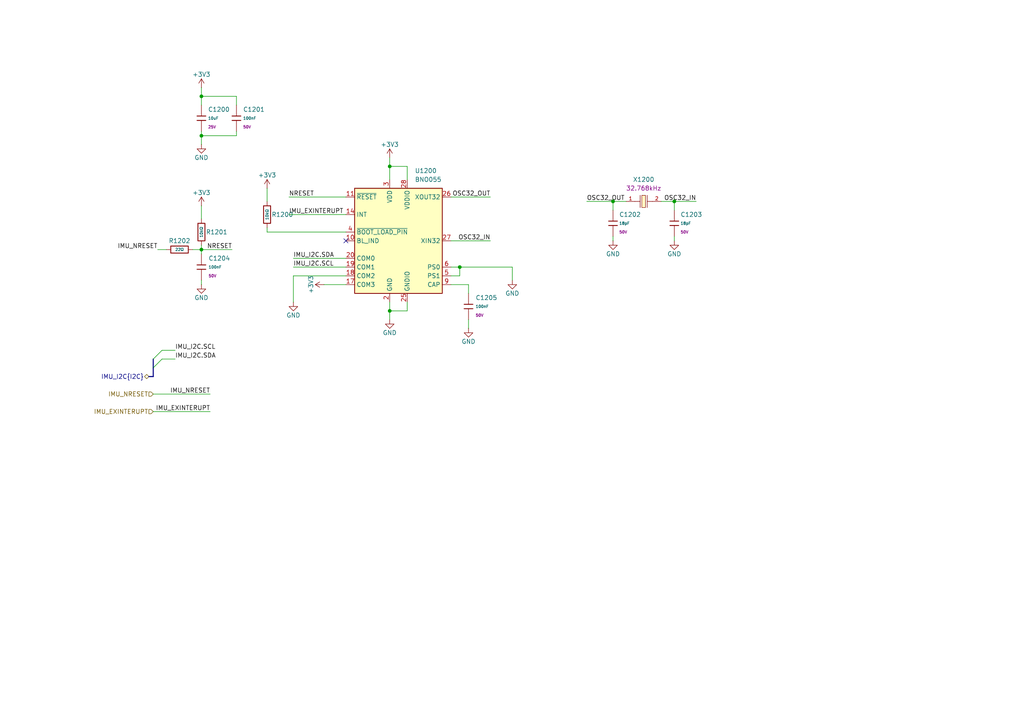
<source format=kicad_sch>
(kicad_sch (version 20231120) (generator "eeschema") (generator_version "8.0")
  (paper "A4")
  (title_block (title "ModuCard nav module") (rev "1.0") (comment 2 "Project author: Patryk Dudziński"))
  (lib_symbols
    (symbol "0402,100nF,(2)_1" (pin_numbers hide) (pin_names (offset 0))
      (property "Reference" "C" (at 2.032 1.668 0))
      (property "Value" "100nF" (at 2.032 -0.3782 0))
      (property "Voltage Rated" "50V" (at 2.032 -2.0462 0))
      (symbol "0402,100nF,(2)_1_0_1"
        (polyline (pts (xy -1.27 -0.635) (xy 1.27 -0.635)) (stroke (width 0.254)))
        (polyline (pts (xy -1.27 0.635) (xy 1.27 0.635)) (stroke (width 0.254)))
      )
      (symbol "0402,100nF,(2)_1_1_1"
        (pin passive line (at 0 3.81 270) (length 3.175) (name "~") (number "1"))
        (pin passive line (at 0 -3.81 90) (length 3.175) (name "~") (number "2"))
      )
    )
    (symbol "PCM_JLCPCB-Capacitors:0402,100nF,(2)" (pin_numbers hide) (pin_names (offset 0))
      (property "Reference" "C" (at 2.032 1.668 0))
      (property "Value" "100nF" (at 2.032 -0.3782 0))
      (property "Voltage Rated" "50V" (at 2.032 -2.0462 0))
      (symbol "0402,100nF,(2)_0_1"
        (polyline (pts (xy -1.27 -0.635) (xy 1.27 -0.635)) (stroke (width 0.254)))
        (polyline (pts (xy -1.27 0.635) (xy 1.27 0.635)) (stroke (width 0.254)))
      )
      (symbol "0402,100nF,(2)_1_1"
        (pin passive line (at 0 3.81 270) (length 3.175) (name "~") (number "1"))
        (pin passive line (at 0 -3.81 90) (length 3.175) (name "~") (number "2"))
      )
    )
    (symbol "PCM_JLCPCB-Capacitors:0402,18pF" (pin_numbers hide) (pin_names (offset 0))
      (property "Reference" "C" (at 2.032 1.668 0))
      (property "Value" "18pF" (at 2.032 -0.3782 0))
      (property "Voltage Rated" "50V" (at 2.032 -2.0462 0))
      (symbol "0402,18pF_0_1"
        (polyline (pts (xy -1.27 -0.635) (xy 1.27 -0.635)) (stroke (width 0.254)))
        (polyline (pts (xy -1.27 0.635) (xy 1.27 0.635)) (stroke (width 0.254)))
      )
      (symbol "0402,18pF_1_1"
        (pin passive line (at 0 3.81 270) (length 3.175) (name "~") (number "1"))
        (pin passive line (at 0 -3.81 90) (length 3.175) (name "~") (number "2"))
      )
    )
    (symbol "PCM_JLCPCB-Capacitors:0603,10uF,(2)" (pin_numbers hide) (pin_names (offset 0))
      (property "Reference" "C" (at 2.032 1.668 0))
      (property "Value" "10uF" (at 2.032 -0.3782 0))
      (property "Voltage Rated" "25V" (at 2.032 -2.0462 0))
      (symbol "0603,10uF,(2)_0_1"
        (polyline (pts (xy -1.27 -0.635) (xy 1.27 -0.635)) (stroke (width 0.254)))
        (polyline (pts (xy -1.27 0.635) (xy 1.27 0.635)) (stroke (width 0.254)))
      )
      (symbol "0603,10uF,(2)_1_1"
        (pin passive line (at 0 3.81 270) (length 3.175) (name "~") (number "1"))
        (pin passive line (at 0 -3.81 90) (length 3.175) (name "~") (number "2"))
      )
    )
    (symbol "PCM_JLCPCB-Crystals:Crystal, 32.768kHz, 13pF" (pin_names hide)
      (property "Reference" "X" (at 0 3.5 0))
      (symbol "Crystal, 32.768kHz, 13pF_0_1"
        (rectangle (start -0.508 1.778) (end 0.508 -1.778) (fill (type background)))
        (polyline (pts (xy -2.54 0) (xy -1.016 0)))
        (polyline (pts (xy -1.016 1.778) (xy -1.016 -1.778)))
        (polyline (pts (xy 1.016 0) (xy 2.54 0)))
        (polyline (pts (xy 1.016 1.778) (xy 1.016 -1.778)))
        (pin unspecified line (at -5.08 0 0) (length 2.54) (name "1") (number "1"))
        (pin unspecified line (at 5.08 0 180) (length 2.54) (name "2") (number "2"))
      )
    )
    (symbol "PCM_JLCPCB-Resistors:0402,10kΩ" (pin_numbers hide) (pin_names (offset 0))
      (property "Reference" "R" (at 1.778 0 0))
      (property "Value" "10kΩ" (at 0 0 90))
      (symbol "0402,10kΩ_0_1"
        (rectangle (start -1.016 2.54) (end 1.016 -2.54) (stroke (width 0.254)))
      )
      (symbol "0402,10kΩ_1_1"
        (pin passive line (at 0 3.81 270) (length 1.27) (name "~") (number "1"))
        (pin passive line (at 0 -3.81 90) (length 1.27) (name "~") (number "2"))
      )
    )
    (symbol "PCM_JLCPCB-Resistors:0402,22Ω" (pin_numbers hide) (pin_names (offset 0))
      (property "Reference" "R" (at 1.778 0 0))
      (property "Value" "22Ω" (at 0 0 90))
      (symbol "0402,22Ω_0_1"
        (rectangle (start -1.016 2.54) (end 1.016 -2.54) (stroke (width 0.254)))
      )
      (symbol "0402,22Ω_1_1"
        (pin passive line (at 0 3.81 270) (length 1.27) (name "~") (number "1"))
        (pin passive line (at 0 -3.81 90) (length 1.27) (name "~") (number "2"))
      )
    )
    (symbol "Sensor_Motion:BNO055"
      (property "Reference" "U" (at -11.43 16.51 0))
      (property "Value" "BNO055" (at 12.7 16.51 0))
      (symbol "BNO055_0_1"
        (rectangle (start -12.7 15.24) (end 12.7 -15.24) (stroke (width 0.254)) (fill (type background)))
      )
      (symbol "BNO055_1_1"
        (pin no_connect line (at -12.7 10.16 0) (length 2.54) hide (name "PIN1") (number "1"))
        (pin output line (at -15.24 0 0) (length 2.54) (name "BL_IND") (number "10"))
        (pin input line (at -15.24 12.7 0) (length 2.54) (name "~{RESET}") (number "11"))
        (pin no_connect line (at 12.7 10.16 180) (length 2.54) hide (name "PIN12") (number "12"))
        (pin no_connect line (at 12.7 7.62 180) (length 2.54) hide (name "PIN13") (number "13"))
        (pin output line (at -15.24 7.62 0) (length 2.54) (name "INT") (number "14"))
        (pin no_connect line (at 5.08 -15.24 90) (length 2.54) hide (name "PIN15") (number "15"))
        (pin no_connect line (at 7.62 -15.24 90) (length 2.54) hide (name "PIN16") (number "16"))
        (pin input line (at -15.24 -12.7 0) (length 2.54) (name "COM3") (number "17"))
        (pin passive line (at -15.24 -10.16 0) (length 2.54) (name "COM2") (number "18"))
        (pin bidirectional line (at -15.24 -7.62 0) (length 2.54) (name "COM1") (number "19"))
        (pin power_in line (at -2.54 -17.78 90) (length 2.54) (name "GND") (number "2"))
        (pin bidirectional line (at -15.24 -5.08 0) (length 2.54) (name "COM0") (number "20"))
        (pin no_connect line (at 12.7 5.08 180) (length 2.54) hide (name "PIN21") (number "21"))
        (pin no_connect line (at 12.7 2.54 180) (length 2.54) hide (name "PIN22") (number "22"))
        (pin no_connect line (at 12.7 -2.54 180) (length 2.54) hide (name "PIN23") (number "23"))
        (pin no_connect line (at 12.7 -5.08 180) (length 2.54) hide (name "PIN24") (number "24"))
        (pin power_in line (at 2.54 -17.78 90) (length 2.54) (name "GNDIO") (number "25"))
        (pin output line (at 15.24 12.7 180) (length 2.54) (name "XOUT32") (number "26"))
        (pin input line (at 15.24 0 180) (length 2.54) (name "XIN32") (number "27"))
        (pin power_in line (at 2.54 17.78 270) (length 2.54) (name "VDDIO") (number "28"))
        (pin power_in line (at -2.54 17.78 270) (length 2.54) (name "VDD") (number "3"))
        (pin input line (at -15.24 2.54 0) (length 2.54) (name "~{BOOT_LOAD_PIN}") (number "4"))
        (pin input line (at 15.24 -10.16 180) (length 2.54) (name "PS1") (number "5"))
        (pin input line (at 15.24 -7.62 180) (length 2.54) (name "PS0") (number "6"))
        (pin no_connect line (at -12.7 5.08 0) (length 2.54) hide (name "PIN7") (number "7"))
        (pin no_connect line (at -12.7 -2.54 0) (length 2.54) hide (name "PIN8") (number "8"))
        (pin passive line (at 15.24 -12.7 180) (length 2.54) (name "CAP") (number "9"))
      )
    )
    (symbol "power:+5V" (power) (pin_numbers hide) (pin_names (offset 0) hide)
      (property "Value" "+5V" (at 0 3.556 0))
      (symbol "+5V_0_1"
        (polyline (pts (xy -0.762 1.27) (xy 0 2.54)))
        (polyline (pts (xy 0 0) (xy 0 2.54)))
        (polyline (pts (xy 0 2.54) (xy 0.762 1.27)))
      )
      (symbol "+5V_1_1"
        (pin power_in line (at 0 0 90) (length 0) (name "~") (number "1"))
      )
    )
    (symbol "power:GND" (power) (pin_numbers hide) (pin_names (offset 0) hide)
      (property "Value" "GND" (at 0 -3.81 0))
      (symbol "GND_0_1"
        (polyline (pts (xy 0 0) (xy 0 -1.27) (xy 1.27 -1.27) (xy 0 -2.54) (xy -1.27 -1.27) (xy 0 -1.27)))
      )
      (symbol "GND_1_1"
        (pin power_in line (at 0 0 270) (length 0) (name "~") (number "1"))
      )
    )
  )
  (junction (at 58.42 27.94))
  (junction (at 113.03 90.17))
  (junction (at 58.42 72.39))
  (junction (at 177.8 58.42))
  (junction (at 113.03 48.26))
  (junction (at 195.58 58.42))
  (junction (at 58.42 39.37))
  (junction (at 133.35 77.47))
  (no_connect (at 100.33 69.85))
  (bus_entry (at 44.45 104.14) (size 2.54 -2.54))
  (bus_entry (at 44.45 106.68) (size 2.54 -2.54))
  (wire (pts (xy 118.11 52.07) (xy 118.11 48.26)))
  (bus (pts (xy 43.18 109.22) (xy 44.45 109.22)))
  (wire (pts (xy 68.58 27.94) (xy 68.58 30.48)))
  (wire (pts (xy 113.03 90.17) (xy 118.11 90.17)))
  (wire (pts (xy 77.47 67.31) (xy 77.47 66.04)))
  (wire (pts (xy 177.8 69.85) (xy 177.8 68.58)))
  (wire (pts (xy 68.58 38.1) (xy 68.58 39.37)))
  (wire (pts (xy 113.03 48.26) (xy 113.03 52.07)))
  (wire (pts (xy 58.42 72.39) (xy 58.42 73.66)))
  (wire (pts (xy 58.42 81.28) (xy 58.42 82.55)))
  (wire (pts (xy 83.82 62.23) (xy 100.33 62.23)))
  (wire (pts (xy 46.99 101.6) (xy 50.8 101.6)))
  (wire (pts (xy 170.18 58.42) (xy 177.8 58.42)))
  (bus (pts (xy 44.45 106.68) (xy 44.45 109.22)))
  (wire (pts (xy 58.42 72.39) (xy 67.31 72.39)))
  (wire (pts (xy 58.42 39.37) (xy 58.42 41.91)))
  (wire (pts (xy 58.42 25.4) (xy 58.42 27.94)))
  (wire (pts (xy 58.42 71.12) (xy 58.42 72.39)))
  (wire (pts (xy 133.35 77.47) (xy 148.59 77.47)))
  (wire (pts (xy 85.09 80.01) (xy 100.33 80.01)))
  (wire (pts (xy 44.45 114.3) (xy 60.96 114.3)))
  (wire (pts (xy 135.89 82.55) (xy 130.81 82.55)))
  (wire (pts (xy 177.8 58.42) (xy 181.61 58.42)))
  (wire (pts (xy 177.8 58.42) (xy 177.8 60.96)))
  (wire (pts (xy 58.42 39.37) (xy 68.58 39.37)))
  (bus (pts (xy 44.45 104.14) (xy 44.45 106.68)))
  (wire (pts (xy 77.47 54.61) (xy 77.47 58.42)))
  (wire (pts (xy 113.03 48.26) (xy 118.11 48.26)))
  (wire (pts (xy 58.42 27.94) (xy 58.42 30.48)))
  (wire (pts (xy 130.81 69.85) (xy 142.24 69.85)))
  (wire (pts (xy 135.89 92.71) (xy 135.89 95.25)))
  (wire (pts (xy 191.77 58.42) (xy 195.58 58.42)))
  (wire (pts (xy 93.98 82.55) (xy 100.33 82.55)))
  (wire (pts (xy 130.81 80.01) (xy 133.35 80.01)))
  (wire (pts (xy 133.35 80.01) (xy 133.35 77.47)))
  (wire (pts (xy 68.58 27.94) (xy 58.42 27.94)))
  (wire (pts (xy 195.58 58.42) (xy 195.58 60.96)))
  (wire (pts (xy 85.09 87.63) (xy 85.09 80.01)))
  (wire (pts (xy 118.11 87.63) (xy 118.11 90.17)))
  (wire (pts (xy 142.24 57.15) (xy 130.81 57.15)))
  (wire (pts (xy 45.72 72.39) (xy 48.26 72.39)))
  (wire (pts (xy 58.42 38.1) (xy 58.42 39.37)))
  (wire (pts (xy 113.03 90.17) (xy 113.03 92.71)))
  (wire (pts (xy 135.89 85.09) (xy 135.89 82.55)))
  (wire (pts (xy 195.58 69.85) (xy 195.58 68.58)))
  (wire (pts (xy 77.47 67.31) (xy 100.33 67.31)))
  (wire (pts (xy 85.09 77.47) (xy 100.33 77.47)))
  (wire (pts (xy 113.03 45.72) (xy 113.03 48.26)))
  (wire (pts (xy 83.82 57.15) (xy 100.33 57.15)))
  (wire (pts (xy 133.35 77.47) (xy 130.81 77.47)))
  (wire (pts (xy 44.45 119.38) (xy 60.96 119.38)))
  (wire (pts (xy 85.09 74.93) (xy 100.33 74.93)))
  (wire (pts (xy 148.59 77.47) (xy 148.59 81.28)))
  (wire (pts (xy 195.58 58.42) (xy 201.93 58.42)))
  (wire (pts (xy 113.03 87.63) (xy 113.03 90.17)))
  (wire (pts (xy 58.42 59.69) (xy 58.42 63.5)))
  (wire (pts (xy 46.99 104.14) (xy 50.8 104.14)))
  (wire (pts (xy 55.88 72.39) (xy 58.42 72.39)))
  (label "OSC32_IN" (at 142.24 69.85 180))
  (label "IMU_I2C.SDA" (at 85.09 74.93 0))
  (label "IMU_EXINTERUPT" (at 60.96 119.38 180))
  (label "NRESET" (at 67.31 72.39 180))
  (label "OSC32_OUT" (at 142.24 57.15 180))
  (label "IMU_I2C.SDA" (at 50.8 104.14 0))
  (label "OSC32_IN" (at 201.93 58.42 180))
  (label "NRESET" (at 83.82 57.15 0))
  (label "IMU_I2C.SCL" (at 50.8 101.6 0))
  (label "IMU_NRESET" (at 45.72 72.39 180))
  (label "IMU_EXINTERUPT" (at 83.82 62.23 0))
  (label "IMU_NRESET" (at 60.96 114.3 180))
  (label "OSC32_OUT" (at 170.18 58.42 0))
  (label "IMU_I2C.SCL" (at 85.09 77.47 0))
  (hierarchical_label "IMU_EXINTERUPT" (shape input) (at 44.45 119.38 180))
  (hierarchical_label "IMU_I2C{I2C}" (shape bidirectional) (at 43.18 109.22 180))
  (hierarchical_label "IMU_NRESET" (shape input) (at 44.45 114.3 180))
  (symbol (lib_id "power:+5V") (at 58.42 25.4 0) (unit 1)
    (property "Reference" "#PWR01200" (effects (hide yes)))
    (property "Value" "+3V3" (at 58.42 21.59 0))
    (property "Description" "Power symbol creates a global label with name \"+5V\"" (effects (hide yes)))
  )
  (symbol (lib_id "PCM_JLCPCB-Capacitors:0402,18pF") (at 195.58 64.77 0) (unit 1)
    (property "Reference" "C1203" (at 197.358 62.2299 0) (effects (justify left)))
    (property "Value" "18pF" (at 197.358 64.77 0) (effects (font (size 0.8 0.8)) (justify left)))
    (property "Footprint" "PCM_JLCPCB:C_0402" (effects (hide yes)))
    (property "Datasheet" "https://www.lcsc.com/datasheet/lcsc_datasheet_2304140030_FH--Guangdong-Fenghua-Advanced-Tech-0402CG180J500NT_C1549.pdf" (effects (hide yes)))
    (property "Description" "50V 18pF C0G ±5% 0402 Multilayer Ceramic Capacitors MLCC - SMD/SMT ROHS" (effects (hide yes)))
    (property "LCSC" "C1549" (effects (hide yes)))
    (property "Stock" "582948" (effects (hide yes)))
    (property "Price" "0.004USD" (effects (hide yes)))
    (property "Process" "SMT" (effects (hide yes)))
    (property "Minimum Qty" "20" (effects (hide yes)))
    (property "Attrition Qty" "10" (effects (hide yes)))
    (property "Class" "Basic Component" (effects (hide yes)))
    (property "Category" "Capacitors,Multilayer Ceramic Capacitors MLCC - SMD/SMT" (effects (hide yes)))
    (property "Manufacturer" "FH(Guangdong Fenghua Advanced Tech)" (effects (hide yes)))
    (property "Part" "0402CG180J500NT" (effects (hide yes)))
    (property "Voltage Rated" "50V" (at 197.358 67.31 0) (effects (font (size 0.8 0.8)) (justify left)))
    (property "Tolerance" "±5%" (effects (hide yes)))
    (property "Capacitance" "18pF" (effects (hide yes)))
    (property "Temperature Coefficient" "C0G" (effects (hide yes)))
  )
  (symbol (lib_id "power:GND") (at 148.59 81.28 0) (unit 1)
    (property "Reference" "#PWR01207" (effects (hide yes)))
    (property "Value" "GND" (at 148.59 85.09 0))
    (property "Description" "Power symbol creates a global label with name \"GND\" , ground" (effects (hide yes)))
  )
  (symbol (lib_id "PCM_JLCPCB-Resistors:0402,10kΩ") (at 58.42 67.31 0) (unit 1)
    (property "Reference" "R1201" (at 59.69 67.31 0) (effects (justify left)))
    (property "Value" "10kΩ" (at 58.42 67.31 90) (effects (font (size 0.8 0.8))))
    (property "Footprint" "PCM_JLCPCB:R_0402" (effects (hide yes)))
    (property "Datasheet" "https://www.lcsc.com/datasheet/lcsc_datasheet_2411221126_UNI-ROYAL-Uniroyal-Elec-0402WGF1002TCE_C25744.pdf" (effects (hide yes)))
    (property "Description" "62.5mW Thick Film Resistors 50V ±100ppm/°C ±1% 10kΩ 0402 Chip Resistor - Surface Mount ROHS" (effects (hide yes)))
    (property "LCSC" "C25744" (effects (hide yes)))
    (property "Stock" "14017682" (effects (hide yes)))
    (property "Price" "0.004USD" (effects (hide yes)))
    (property "Process" "SMT" (effects (hide yes)))
    (property "Minimum Qty" "5" (effects (hide yes)))
    (property "Attrition Qty" "0" (effects (hide yes)))
    (property "Class" "Basic Component" (effects (hide yes)))
    (property "Category" "Resistors,Chip Resistor - Surface Mount" (effects (hide yes)))
    (property "Manufacturer" "UNI-ROYAL(Uniroyal Elec)" (effects (hide yes)))
    (property "Part" "0402WGF1002TCE" (effects (hide yes)))
    (property "Resistance" "10kΩ" (effects (hide yes)))
    (property "Power(Watts)" "62.5mW" (effects (hide yes)))
    (property "Type" "Thick Film Resistors" (effects (hide yes)))
    (property "Overload Voltage (Max)" "50V" (effects (hide yes)))
    (property "Operating Temperature Range" "-55°C~+155°C" (effects (hide yes)))
    (property "Tolerance" "±1%" (effects (hide yes)))
    (property "Temperature Coefficient" "±100ppm/°C" (effects (hide yes)))
  )
  (symbol (lib_id "PCM_JLCPCB-Capacitors:0402,18pF") (at 177.8 64.77 0) (unit 1)
    (property "Reference" "C1202" (at 179.578 62.23 0) (effects (justify left)))
    (property "Value" "18pF" (at 179.578 64.7701 0) (effects (font (size 0.8 0.8)) (justify left)))
    (property "Footprint" "PCM_JLCPCB:C_0402" (effects (hide yes)))
    (property "Datasheet" "https://www.lcsc.com/datasheet/lcsc_datasheet_2304140030_FH--Guangdong-Fenghua-Advanced-Tech-0402CG180J500NT_C1549.pdf" (effects (hide yes)))
    (property "Description" "50V 18pF C0G ±5% 0402 Multilayer Ceramic Capacitors MLCC - SMD/SMT ROHS" (effects (hide yes)))
    (property "LCSC" "C1549" (effects (hide yes)))
    (property "Stock" "582948" (effects (hide yes)))
    (property "Price" "0.004USD" (effects (hide yes)))
    (property "Process" "SMT" (effects (hide yes)))
    (property "Minimum Qty" "20" (effects (hide yes)))
    (property "Attrition Qty" "10" (effects (hide yes)))
    (property "Class" "Basic Component" (effects (hide yes)))
    (property "Category" "Capacitors,Multilayer Ceramic Capacitors MLCC - SMD/SMT" (effects (hide yes)))
    (property "Manufacturer" "FH(Guangdong Fenghua Advanced Tech)" (effects (hide yes)))
    (property "Part" "0402CG180J500NT" (effects (hide yes)))
    (property "Voltage Rated" "50V" (at 179.578 67.3101 0) (effects (font (size 0.8 0.8)) (justify left)))
    (property "Tolerance" "±5%" (effects (hide yes)))
    (property "Capacitance" "18pF" (effects (hide yes)))
    (property "Temperature Coefficient" "C0G" (effects (hide yes)))
  )
  (symbol (lib_id "PCM_JLCPCB-Resistors:0402,22Ω") (at 52.07 72.39 90) (unit 1)
    (property "Reference" "R1202" (at 52.07 69.85 90))
    (property "Value" "22Ω" (at 52.07 72.39 90) (effects (font (size 0.8 0.8))))
    (property "Footprint" "PCM_JLCPCB:R_0402" (effects (hide yes)))
    (property "Datasheet" "https://www.lcsc.com/datasheet/lcsc_datasheet_2205311900_UNI-ROYAL-Uniroyal-Elec-0402WGF220JTCE_C25092.pdf" (effects (hide yes)))
    (property "Description" "62.5mW Thick Film Resistors 50V ±1% ±100ppm/°C 22Ω 0402 Chip Resistor - Surface Mount ROHS" (effects (hide yes)))
    (property "LCSC" "C25092" (effects (hide yes)))
    (property "Stock" "2545567" (effects (hide yes)))
    (property "Price" "0.004USD" (effects (hide yes)))
    (property "Process" "SMT" (effects (hide yes)))
    (property "Minimum Qty" "20" (effects (hide yes)))
    (property "Attrition Qty" "10" (effects (hide yes)))
    (property "Class" "Basic Component" (effects (hide yes)))
    (property "Category" "Resistors,Chip Resistor - Surface Mount" (effects (hide yes)))
    (property "Manufacturer" "UNI-ROYAL(Uniroyal Elec)" (effects (hide yes)))
    (property "Part" "0402WGF220JTCE" (effects (hide yes)))
    (property "Resistance" "22Ω" (effects (hide yes)))
    (property "Power(Watts)" "62.5mW" (effects (hide yes)))
    (property "Type" "Thick Film Resistors" (effects (hide yes)))
    (property "Overload Voltage (Max)" "50V" (effects (hide yes)))
    (property "Operating Temperature Range" "-55°C~+155°C" (effects (hide yes)))
    (property "Tolerance" "±1%" (effects (hide yes)))
    (property "Temperature Coefficient" "±100ppm/°C" (effects (hide yes)))
  )
  (symbol (lib_id "power:+5V") (at 58.42 59.69 0) (unit 1)
    (property "Reference" "#PWR01204" (effects (hide yes)))
    (property "Value" "+3V3" (at 58.42 55.88 0))
    (property "Description" "Power symbol creates a global label with name \"+5V\"" (effects (hide yes)))
  )
  (symbol (lib_id "PCM_JLCPCB-Capacitors:0603,10uF,(2)") (at 58.42 34.29 0) (unit 1)
    (property "Reference" "C1200" (at 60.325 31.75 0) (effects (justify left)))
    (property "Value" "10uF" (at 60.325 34.2901 0) (effects (font (size 0.8 0.8)) (justify left)))
    (property "Footprint" "PCM_JLCPCB:C_0603" (effects (hide yes)))
    (property "Datasheet" "https://www.lcsc.com/datasheet/lcsc_datasheet_2304140030_Samsung-Electro-Mechanics-CL10A106MA8NRNC_C96446.pdf" (effects (hide yes)))
    (property "Description" "25V 10uF X5R ±20% 0603 Multilayer Ceramic Capacitors MLCC - SMD/SMT ROHS" (effects (hide yes)))
    (property "LCSC" "C96446" (effects (hide yes)))
    (property "Stock" "4293394" (effects (hide yes)))
    (property "Price" "0.017USD" (effects (hide yes)))
    (property "Process" "SMT" (effects (hide yes)))
    (property "Minimum Qty" "20" (effects (hide yes)))
    (property "Attrition Qty" "8" (effects (hide yes)))
    (property "Class" "Basic Component" (effects (hide yes)))
    (property "Category" "Capacitors,Multilayer Ceramic Capacitors MLCC - SMD/SMT" (effects (hide yes)))
    (property "Manufacturer" "Samsung Electro-Mechanics" (effects (hide yes)))
    (property "Part" "CL10A106MA8NRNC" (effects (hide yes)))
    (property "Voltage Rated" "25V" (at 60.325 36.8301 0) (effects (font (size 0.8 0.8)) (justify left)))
    (property "Tolerance" "±20%" (effects (hide yes)))
    (property "Capacitance" "10uF" (effects (hide yes)))
    (property "Temperature Coefficient" "X5R" (effects (hide yes)))
  )
  (symbol (lib_id "power:GND") (at 195.58 69.85 0) (unit 1)
    (property "Reference" "#PWR01206" (effects (hide yes)))
    (property "Value" "GND" (at 195.58 73.66 0))
    (property "Description" "Power symbol creates a global label with name \"GND\" , ground" (effects (hide yes)))
  )
  (symbol (lib_id "Sensor_Motion:BNO055") (at 115.57 69.85 0) (unit 1)
    (property "Reference" "U1200" (at 120.3041 49.53 0) (effects (justify left)))
    (property "Value" "BNO055" (at 120.3041 52.07 0) (effects (justify left)))
    (property "Footprint" "Package_LGA:LGA-28_5.2x3.8mm_P0.5mm" (effects (hide yes)))
    (property "Datasheet" "https://www.bosch-sensortec.com/media/boschsensortec/downloads/datasheets/bst-bno055-ds000.pdf" (effects (hide yes)))
    (property "Description" "Intelligent 9-axis absolute orientation sensor, LGA-28" (effects (hide yes)))
  )
  (symbol (lib_id "power:GND") (at 177.8 69.85 0) (unit 1)
    (property "Reference" "#PWR01205" (effects (hide yes)))
    (property "Value" "GND" (at 177.8 73.66 0))
    (property "Description" "Power symbol creates a global label with name \"GND\" , ground" (effects (hide yes)))
  )
  (symbol (lib_id "power:GND") (at 58.42 41.91 0) (unit 1)
    (property "Reference" "#PWR01201" (effects (hide yes)))
    (property "Value" "GND" (at 58.42 45.72 0))
    (property "Description" "Power symbol creates a global label with name \"GND\" , ground" (effects (hide yes)))
  )
  (symbol (lib_id "power:+5V") (at 77.47 54.61 0) (unit 1)
    (property "Reference" "#PWR01203" (effects (hide yes)))
    (property "Value" "+3V3" (at 77.47 50.8 0))
    (property "Description" "Power symbol creates a global label with name \"+5V\"" (effects (hide yes)))
  )
  (symbol (lib_name "0402,100nF,(2)_1") (lib_id "PCM_JLCPCB-Capacitors:0402,100nF,(2)") (at 58.42 77.47 0) (unit 1)
    (property "Reference" "C1204" (at 60.452 74.93 0) (effects (justify left)))
    (property "Value" "100nF" (at 60.452 77.4701 0) (effects (font (size 0.8 0.8)) (justify left)))
    (property "Footprint" "PCM_JLCPCB:C_0402" (effects (hide yes)))
    (property "Datasheet" "https://www.lcsc.com/datasheet/lcsc_datasheet_2304140030_Samsung-Electro-Mechanics-CL05B104KB54PNC_C307331.pdf" (effects (hide yes)))
    (property "Description" "50V 100nF X7R ±10% 0402 Multilayer Ceramic Capacitors MLCC - SMD/SMT ROHS" (effects (hide yes)))
    (property "LCSC" "C307331" (effects (hide yes)))
    (property "Stock" "3851753" (effects (hide yes)))
    (property "Price" "0.008USD" (effects (hide yes)))
    (property "Process" "SMT" (effects (hide yes)))
    (property "Minimum Qty" "20" (effects (hide yes)))
    (property "Attrition Qty" "10" (effects (hide yes)))
    (property "Class" "Basic Component" (effects (hide yes)))
    (property "Category" "Capacitors,Multilayer Ceramic Capacitors MLCC - SMD/SMT" (effects (hide yes)))
    (property "Manufacturer" "Samsung Electro-Mechanics" (effects (hide yes)))
    (property "Part" "CL05B104KB54PNC" (effects (hide yes)))
    (property "Voltage Rated" "50V" (at 60.452 80.0101 0) (effects (font (size 0.8 0.8)) (justify left)))
    (property "Tolerance" "±10%" (effects (hide yes)))
    (property "Capacitance" "100nF" (effects (hide yes)))
    (property "Temperature Coefficient" "X7R" (effects (hide yes)))
  )
  (symbol (lib_id "power:+5V") (at 93.98 82.55 90) (unit 1)
    (property "Reference" "#PWR01209" (effects (hide yes)))
    (property "Value" "+3V3" (at 90.17 82.55 0))
    (property "Description" "Power symbol creates a global label with name \"+5V\"" (effects (hide yes)))
  )
  (symbol (lib_id "power:GND") (at 58.42 82.55 0) (unit 1)
    (property "Reference" "#PWR01208" (effects (hide yes)))
    (property "Value" "GND" (at 58.42 86.36 0))
    (property "Description" "Power symbol creates a global label with name \"GND\" , ground" (effects (hide yes)))
  )
  (symbol (lib_id "PCM_JLCPCB-Capacitors:0402,100nF,(2)") (at 68.58 34.29 0) (unit 1)
    (property "Reference" "C1201" (at 70.485 31.7499 0) (effects (justify left)))
    (property "Value" "100nF" (at 70.485 34.29 0) (effects (font (size 0.8 0.8)) (justify left)))
    (property "Footprint" "PCM_JLCPCB:C_0402" (effects (hide yes)))
    (property "Datasheet" "https://www.lcsc.com/datasheet/lcsc_datasheet_2304140030_Samsung-Electro-Mechanics-CL05B104KB54PNC_C307331.pdf" (effects (hide yes)))
    (property "Description" "50V 100nF X7R ±10% 0402 Multilayer Ceramic Capacitors MLCC - SMD/SMT ROHS" (effects (hide yes)))
    (property "LCSC" "C307331" (effects (hide yes)))
    (property "Stock" "5427590" (effects (hide yes)))
    (property "Price" "0.008USD" (effects (hide yes)))
    (property "Process" "SMT" (effects (hide yes)))
    (property "Minimum Qty" "20" (effects (hide yes)))
    (property "Attrition Qty" "10" (effects (hide yes)))
    (property "Class" "Basic Component" (effects (hide yes)))
    (property "Category" "Capacitors,Multilayer Ceramic Capacitors MLCC - SMD/SMT" (effects (hide yes)))
    (property "Manufacturer" "Samsung Electro-Mechanics" (effects (hide yes)))
    (property "Part" "CL05B104KB54PNC" (effects (hide yes)))
    (property "Voltage Rated" "50V" (at 70.485 36.83 0) (effects (font (size 0.8 0.8)) (justify left)))
    (property "Tolerance" "±10%" (effects (hide yes)))
    (property "Capacitance" "100nF" (effects (hide yes)))
    (property "Temperature Coefficient" "X7R" (effects (hide yes)))
  )
  (symbol (lib_id "power:GND") (at 113.03 92.71 0) (unit 1)
    (property "Reference" "#PWR01211" (effects (hide yes)))
    (property "Value" "GND" (at 113.03 96.52 0))
    (property "Description" "Power symbol creates a global label with name \"GND\" , ground" (effects (hide yes)))
  )
  (symbol (lib_name "0402,100nF,(2)_1") (lib_id "PCM_JLCPCB-Capacitors:0402,100nF,(2)") (at 135.89 88.9 0) (unit 1)
    (property "Reference" "C1205" (at 137.922 86.36 0) (effects (justify left)))
    (property "Value" "100nF" (at 137.922 88.9001 0) (effects (font (size 0.8 0.8)) (justify left)))
    (property "Footprint" "PCM_JLCPCB:C_0402" (effects (hide yes)))
    (property "Datasheet" "https://www.lcsc.com/datasheet/lcsc_datasheet_2304140030_Samsung-Electro-Mechanics-CL05B104KB54PNC_C307331.pdf" (effects (hide yes)))
    (property "Description" "50V 100nF X7R ±10% 0402 Multilayer Ceramic Capacitors MLCC - SMD/SMT ROHS" (effects (hide yes)))
    (property "LCSC" "C307331" (effects (hide yes)))
    (property "Stock" "3851753" (effects (hide yes)))
    (property "Price" "0.008USD" (effects (hide yes)))
    (property "Process" "SMT" (effects (hide yes)))
    (property "Minimum Qty" "20" (effects (hide yes)))
    (property "Attrition Qty" "10" (effects (hide yes)))
    (property "Class" "Basic Component" (effects (hide yes)))
    (property "Category" "Capacitors,Multilayer Ceramic Capacitors MLCC - SMD/SMT" (effects (hide yes)))
    (property "Manufacturer" "Samsung Electro-Mechanics" (effects (hide yes)))
    (property "Part" "CL05B104KB54PNC" (effects (hide yes)))
    (property "Voltage Rated" "50V" (at 137.922 91.4401 0) (effects (font (size 0.8 0.8)) (justify left)))
    (property "Tolerance" "±10%" (effects (hide yes)))
    (property "Capacitance" "100nF" (effects (hide yes)))
    (property "Temperature Coefficient" "X7R" (effects (hide yes)))
  )
  (symbol (lib_id "PCM_JLCPCB-Crystals:Crystal, 32.768kHz, 13pF") (at 186.69 58.42 0) (unit 1)
    (property "Reference" "X1200" (at 186.69 52.07 0))
    (property "Value" "Q13FC1350000400" (effects (hide yes)))
    (property "Footprint" "PCM_JLCPCB:FC-135R_L3.2-W1.5" (effects (hide yes)))
    (property "Datasheet" "https://www.lcsc.com/datasheet/lcsc_datasheet_2404180925_Seiko-Epson-Q13FC13500004_C32346.pdf" (effects (hide yes)))
    (property "Description" "32.768kHz Surface Mount Crystal 12.5pF ±20ppm SMD3215-2P Crystals ROHS" (effects (hide yes)))
    (property "LCSC" "C32346" (effects (hide yes)))
    (property "Stock" "185543" (effects (hide yes)))
    (property "Price" "0.174USD" (effects (hide yes)))
    (property "Process" "SMT" (effects (hide yes)))
    (property "Minimum Qty" "1" (effects (hide yes)))
    (property "Attrition Qty" "0" (effects (hide yes)))
    (property "Class" "Basic Component" (effects (hide yes)))
    (property "Category" "Crystals/Oscillators/Resonators,Crystals" (effects (hide yes)))
    (property "Manufacturer" "Seiko Epson" (effects (hide yes)))
    (property "Part" "Q13FC13500004" (effects (hide yes)))
    (property "Frequency" "32.768kHz" (at 186.69 54.61 0))
    (property "Equivalent Series Resistance (Esr)" "70kΩ" (effects (hide yes)))
    (property "Operating Temperature" "-40°C~+85°C" (effects (hide yes)))
    (property "Frequency Tolerance" "±20ppm" (effects (hide yes)))
    (property "Crystal Type" "SMD Crystal Resonator" (effects (hide yes)))
    (property "Load Capacitance" "12.5pF" (effects (hide yes)))
  )
  (symbol (lib_id "PCM_JLCPCB-Resistors:0402,10kΩ") (at 77.47 62.23 0) (unit 1)
    (property "Reference" "R1200" (at 78.74 62.23 0) (effects (justify left)))
    (property "Value" "10kΩ" (at 77.47 62.23 90) (effects (font (size 0.8 0.8))))
    (property "Footprint" "PCM_JLCPCB:R_0402" (effects (hide yes)))
    (property "Datasheet" "https://www.lcsc.com/datasheet/lcsc_datasheet_2411221126_UNI-ROYAL-Uniroyal-Elec-0402WGF1002TCE_C25744.pdf" (effects (hide yes)))
    (property "Description" "62.5mW Thick Film Resistors 50V ±100ppm/°C ±1% 10kΩ 0402 Chip Resistor - Surface Mount ROHS" (effects (hide yes)))
    (property "LCSC" "C25744" (effects (hide yes)))
    (property "Stock" "14017682" (effects (hide yes)))
    (property "Price" "0.004USD" (effects (hide yes)))
    (property "Process" "SMT" (effects (hide yes)))
    (property "Minimum Qty" "5" (effects (hide yes)))
    (property "Attrition Qty" "0" (effects (hide yes)))
    (property "Class" "Basic Component" (effects (hide yes)))
    (property "Category" "Resistors,Chip Resistor - Surface Mount" (effects (hide yes)))
    (property "Manufacturer" "UNI-ROYAL(Uniroyal Elec)" (effects (hide yes)))
    (property "Part" "0402WGF1002TCE" (effects (hide yes)))
    (property "Resistance" "10kΩ" (effects (hide yes)))
    (property "Power(Watts)" "62.5mW" (effects (hide yes)))
    (property "Type" "Thick Film Resistors" (effects (hide yes)))
    (property "Overload Voltage (Max)" "50V" (effects (hide yes)))
    (property "Operating Temperature Range" "-55°C~+155°C" (effects (hide yes)))
    (property "Tolerance" "±1%" (effects (hide yes)))
    (property "Temperature Coefficient" "±100ppm/°C" (effects (hide yes)))
  )
  (symbol (lib_id "power:GND") (at 135.89 95.25 0) (unit 1)
    (property "Reference" "#PWR01212" (effects (hide yes)))
    (property "Value" "GND" (at 135.89 99.06 0))
    (property "Description" "Power symbol creates a global label with name \"GND\" , ground" (effects (hide yes)))
  )
  (symbol (lib_id "power:GND") (at 85.09 87.63 0) (unit 1)
    (property "Reference" "#PWR01210" (effects (hide yes)))
    (property "Value" "GND" (at 85.09 91.44 0))
    (property "Description" "Power symbol creates a global label with name \"GND\" , ground" (effects (hide yes)))
  )
  (symbol (lib_id "power:+5V") (at 113.03 45.72 0) (unit 1)
    (property "Reference" "#PWR01202" (effects (hide yes)))
    (property "Value" "+3V3" (at 113.03 41.91 0))
    (property "Description" "Power symbol creates a global label with name \"+5V\"" (effects (hide yes)))
  )
)
</source>
